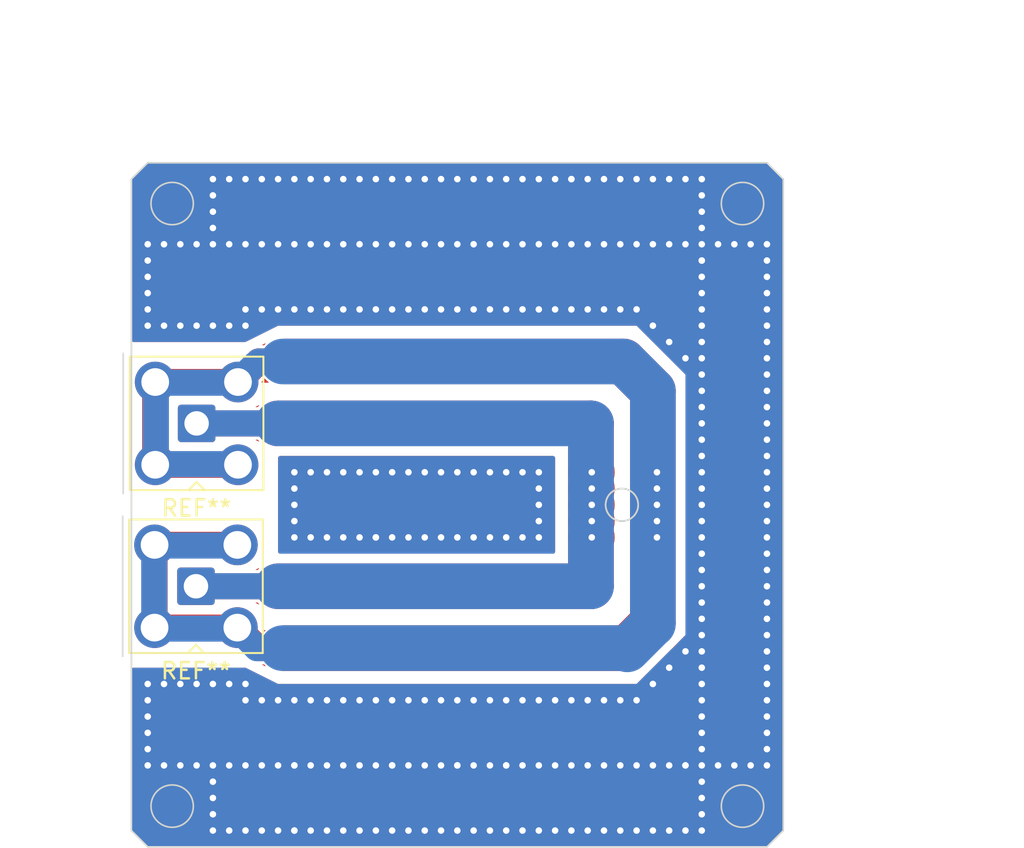
<source format=kicad_pcb>
(kicad_pcb (version 20221018) (generator pcbnew)
  (layers (0 "F.Cu" signal) (31 "B.Cu" signal) (34 "B.Paste" user) (35 "F.Paste" user) (36 "B.SilkS" user "B.Silkscreen") (37 "F.SilkS" user "F.Silkscreen") (38 "B.Mask" user) (39 "F.Mask" user) (44 "Edge.Cuts" user))
  (net 0 "")
  (net 1 "GNDC")
  (footprint "Connector_Coaxial:SMA_Amphenol_901-143_Horizontal" (layer "F.Cu") (at 134 85 90)
    (fp_text reference "REF**" (at -5.2 0) (layer "F.SilkS"))
    (fp_text value "SMA_Amphenol_901-143_Horizontal" hide)
    (fp_line (start -4.1 -4.1) (end -4.1 4.1) (stroke (width 0.12)) (layer "F.SilkS"))
    (fp_line (start -4.1 -4.1) (end 4.1 -4.1) (stroke (width 0.12)) (layer "F.SilkS"))
    (fp_line (start -4.1 0.5) (end -3.6 0) (stroke (width 0.12)) (layer "F.SilkS"))
    (fp_line (start -4.1 4.1) (end 4.1 4.1) (stroke (width 0.12)) (layer "F.SilkS"))
    (fp_line (start -3.6 0) (end -4.1 -0.5) (stroke (width 0.12)) (layer "F.SilkS"))
    (fp_line (start 4.1 -4.1) (end 4.1 4.1) (stroke (width 0.12)) (layer "F.SilkS"))
    (fp_line (start 4.3 -4.5) (end -4.3 -4.5) (stroke (width 0.1)) (layer "Edge.Cuts"))
    (pad "1" thru_hole roundrect (at 0 0 90) (size 2.3 2.3) (drill 1.5) (layers "*.Cu" "*.Mask") (roundrect_rratio 0.087))
    (pad "2" thru_hole circle (at -2.54 -2.54 90) (size 2.5 2.5) (drill 1.7) (layers "*.Cu" "*.Mask"))
    (pad "2" thru_hole circle (at -2.54 2.54 90) (size 2.5 2.5) (drill 1.7) (layers "*.Cu" "*.Mask"))
    (pad "2" thru_hole circle (at 2.54 -2.54 90) (size 2.5 2.5) (drill 1.7) (layers "*.Cu" "*.Mask"))
    (pad "2" thru_hole circle (at 2.54 2.54 90) (size 2.5 2.5) (drill 1.7) (layers "*.Cu" "*.Mask"))
  )
  (footprint "Connector_Coaxial:SMA_Amphenol_901-143_Horizontal" (layer "F.Cu") (at 133.96 95 90)
    (fp_text reference "REF**" (at -5.2 0) (layer "F.SilkS"))
    (fp_text value "SMA_Amphenol_901-143_Horizontal" hide)
    (fp_line (start -4.1 -4.1) (end -4.1 4.1) (stroke (width 0.12)) (layer "F.SilkS"))
    (fp_line (start -4.1 -4.1) (end 4.1 -4.1) (stroke (width 0.12)) (layer "F.SilkS"))
    (fp_line (start -4.1 0.5) (end -3.6 0) (stroke (width 0.12)) (layer "F.SilkS"))
    (fp_line (start -4.1 4.1) (end 4.1 4.1) (stroke (width 0.12)) (layer "F.SilkS"))
    (fp_line (start -3.6 0) (end -4.1 -0.5) (stroke (width 0.12)) (layer "F.SilkS"))
    (fp_line (start 4.1 -4.1) (end 4.1 4.1) (stroke (width 0.12)) (layer "F.SilkS"))
    (fp_line (start 4.3 -4.5) (end -4.3 -4.5) (stroke (width 0.1)) (layer "Edge.Cuts"))
    (pad "1" thru_hole roundrect (at 0 0 90) (size 2.3 2.3) (drill 1.5) (layers "*.Cu" "*.Mask") (roundrect_rratio 0.087))
    (pad "2" thru_hole circle (at -2.54 -2.54 90) (size 2.5 2.5) (drill 1.7) (layers "*.Cu" "*.Mask"))
    (pad "2" thru_hole circle (at -2.54 2.54 90) (size 2.5 2.5) (drill 1.7) (layers "*.Cu" "*.Mask"))
    (pad "2" thru_hole circle (at 2.54 -2.54 90) (size 2.5 2.5) (drill 1.7) (layers "*.Cu" "*.Mask"))
    (pad "2" thru_hole circle (at 2.54 2.54 90) (size 2.5 2.5) (drill 1.7) (layers "*.Cu" "*.Mask"))
  )
  (gr_circle (center 160.1 90) (end 161.1 90) (stroke (width 0.1)) (fill none) (layer "Edge.Cuts"))
  (gr_circle (center 167.5 108.5) (end 168.8 108.5) (stroke (width 0.1)) (fill none) (layer "Edge.Cuts"))
  (gr_line (start 131 69) (end 130 70) (stroke (width 0.1)) (layer "Edge.Cuts"))
  (gr_circle (center 160.1 90) (end 161.1 90) (stroke (width 0.1)) (fill none) (layer "Edge.Cuts"))
  (gr_circle (center 132.5 71.5) (end 133.8 71.5) (stroke (width 0.1)) (fill none) (layer "Edge.Cuts"))
  (gr_line (start 169 111) (end 170 110) (stroke (width 0.1)) (layer "Edge.Cuts"))
  (gr_circle (center 167.5 71.5) (end 168.8 71.5) (stroke (width 0.1)) (fill none) (layer "Edge.Cuts"))
  (gr_line (start 170 110) (end 170 70) (stroke (width 0.1)) (layer "Edge.Cuts"))
  (gr_line (start 170 70) (end 169 69) (stroke (width 0.1)) (layer "Edge.Cuts"))
  (gr_line (start 130 70) (end 130 110) (stroke (width 0.1)) (layer "Edge.Cuts"))
  (gr_line (start 131 111) (end 130 110) (stroke (width 0.1)) (layer "Edge.Cuts"))
  (gr_line (start 169 69) (end 131 69) (stroke (width 0.1)) (layer "Edge.Cuts"))
  (gr_circle (center 132.5 108.5) (end 133.8 108.5) (stroke (width 0.1)) (fill none) (layer "Edge.Cuts"))
  (gr_line (start 169 111) (end 131 111) (stroke (width 0.1)) (layer "Edge.Cuts"))
  (segment (start 158.25 92) (end 158.2 91.95) (width 2.8) (layer "F.Cu") (net 0))
  (segment (start 137.8 81.2) (end 139.4 81.2) (width 1.6) (layer "F.Cu") (net 0))
  (segment (start 158.25 90) (end 158.2 89.95) (width 2.8) (layer "F.Cu") (net 0))
  (segment (start 131.42 97.54) (end 131.42 92.46) (width 1.6) (layer "F.Cu") (net 0))
  (segment (start 131.42 92.46) (end 136.5 92.46) (width 1.6) (layer "F.Cu") (net 0))
  (segment (start 158.25 88) (end 158.2 87.95) (width 2.8) (layer "F.Cu") (net 0))
  (segment (start 136.5 97.54) (end 137.76 98.8) (width 1.6) (layer "F.Cu") (net 0))
  (segment (start 136.54 87.54) (end 131.46 87.54) (width 1.6) (layer "F.Cu") (net 0))
  (segment (start 131.46 87.54) (end 131.46 82.46) (width 1.6) (layer "F.Cu") (net 0))
  (segment (start 158.2 95) (end 158.2 92.05) (width 2.8) (layer "F.Cu") (net 0))
  (segment (start 158.2 88.05) (end 158.25 88) (width 2.8) (layer "F.Cu") (net 0))
  (segment (start 136.5 97.54) (end 131.42 97.54) (width 1.6) (layer "F.Cu") (net 0))
  (segment (start 158.2 91.95) (end 158.2 91.05) (width 2.8) (layer "F.Cu") (net 0))
  (segment (start 160.45 98.8) (end 139.4 98.8) (width 2.8) (layer "F.Cu") (net 0))
  (segment (start 158.25 89) (end 158.2 88.95) (width 2.8) (layer "F.Cu") (net 0))
  (segment (start 158.2 89.05) (end 158.25 89) (width 2.8) (layer "F.Cu") (net 0))
  (segment (start 158.2 88.95) (end 158.2 88.05) (width 2.8) (layer "F.Cu") (net 0))
  (segment (start 131.46 82.46) (end 136.54 82.46) (width 1.6) (layer "F.Cu") (net 0))
  (segment (start 158.2 95) (end 139 95) (width 2.8) (layer "F.Cu") (net 0))
  (segment (start 133.96 95) (end 139 95) (width 1.6) (layer "F.Cu") (net 0))
  (segment (start 158.2 87.95) (end 158.2 85) (width 2.8) (layer "F.Cu") (net 0))
  (segment (start 162 97.25) (end 160.45 98.8) (width 2.8) (layer "F.Cu") (net 0))
  (segment (start 162 83) (end 162 97.25) (width 2.8) (layer "F.Cu") (net 0))
  (segment (start 136.54 82.46) (end 137.8 81.2) (width 1.6) (layer "F.Cu") (net 0))
  (segment (start 158.2 90.05) (end 158.25 90) (width 2.8) (layer "F.Cu") (net 0))
  (segment (start 139.4 81.2) (end 160.2 81.2) (width 2.8) (layer "F.Cu") (net 0))
  (segment (start 160.2 81.2) (end 162 83) (width 2.8) (layer "F.Cu") (net 0))
  (segment (start 158.2 91.05) (end 158.25 91) (width 2.8) (layer "F.Cu") (net 0))
  (segment (start 158.25 91) (end 158.2 90.95) (width 2.8) (layer "F.Cu") (net 0))
  (segment (start 158.2 85) (end 139 85) (width 2.8) (layer "F.Cu") (net 0))
  (segment (start 137.76 98.8) (end 139.4 98.8) (width 1.6) (layer "F.Cu") (net 0))
  (segment (start 158.2 92.05) (end 158.25 92) (width 2.8) (layer "F.Cu") (net 0))
  (segment (start 158.2 89.95) (end 158.2 89.05) (width 2.8) (layer "F.Cu") (net 0))
  (segment (start 158.2 90.95) (end 158.2 90.05) (width 2.8) (layer "F.Cu") (net 0))
  (segment (start 134 85) (end 139 85) (width 1.6) (layer "F.Cu") (net 0))
  (via (at 158.25 89) (size 0.8) (drill 0.4) (layers "F.Cu" "B.Cu") (net 0))
  (via (at 162.25 91) (size 0.8) (drill 0.4) (layers "F.Cu" "B.Cu") (net 0))
  (via (at 162.25 90) (size 0.8) (drill 0.4) (layers "F.Cu" "B.Cu") (net 0))
  (via (at 158.25 88) (size 0.8) (drill 0.4) (layers "F.Cu" "B.Cu") (net 0))
  (via (at 162.25 89) (size 0.8) (drill 0.4) (layers "F.Cu" "B.Cu") (net 0))
  (via (at 158.25 91) (size 0.8) (drill 0.4) (layers "F.Cu" "B.Cu") (net 0))
  (via (at 162.25 88) (size 0.8) (drill 0.4) (layers "F.Cu" "B.Cu") (net 0))
  (via (at 158.25 90) (size 0.8) (drill 0.4) (layers "F.Cu" "B.Cu") (net 0))
  (via (at 158.25 92) (size 0.8) (drill 0.4) (layers "F.Cu" "B.Cu") (net 0))
  (via (at 162.25 92) (size 0.8) (drill 0.4) (layers "F.Cu" "B.Cu") (net 0))
  (segment (start 131.36 97.6) (end 136.44 97.6) (width 1.6) (layer "B.Cu") (net 0))
  (segment (start 158.2 95) (end 158.2 85) (width 2.8) (layer "B.Cu") (net 0))
  (segment (start 137.601 81.37) (end 136.341 82.63) (width 1.6) (layer "B.Cu") (net 0))
  (segment (start 160.425 98.875) (end 161.975 97.325) (width 2.8) (layer "B.Cu") (net 0))
  (segment (start 139 95) (end 158.2 95) (width 2.8) (layer "B.Cu") (net 0))
  (segment (start 131.46 87.5) (end 136.54 87.5) (width 1.6) (layer "B.Cu") (net 0))
  (segment (start 131.5 87.54) (end 131.5 82.46) (width 1.6) (layer "B.Cu") (net 0))
  (segment (start 139 85) (end 158.2 85) (width 2.8) (layer "B.Cu") (net 0))
  (segment (start 137.8 81.2) (end 139.4 81.2) (width 1.6) (layer "B.Cu") (net 0))
  (segment (start 160.2 81.2) (end 162 83) (width 2.8) (layer "B.Cu") (net 0))
  (segment (start 136.44 97.54) (end 137.7 98.8) (width 1.6) (layer "B.Cu") (net 0))
  (segment (start 136.64 82.5) (end 131.56 82.5) (width 1.6) (layer "B.Cu") (net 0))
  (segment (start 136.54 92.5) (end 131.46 92.5) (width 1.6) (layer "B.Cu") (net 0))
  (segment (start 139.275 98.8) (end 160.325 98.8) (width 2.8) (layer "B.Cu") (net 0))
  (segment (start 160.1 81.2) (end 139.3 81.2) (width 2.8) (layer "B.Cu") (net 0))
  (segment (start 137.7 98.8) (end 139.34 98.8) (width 1.6) (layer "B.Cu") (net 0))
  (segment (start 162 83.075) (end 162 97.325) (width 2.8) (layer "B.Cu") (net 0))
  (segment (start 139 85) (end 134 85) (width 1.6) (layer "B.Cu") (net 0))
  (segment (start 139.02 95) (end 133.98 95) (width 1.6) (layer "B.Cu") (net 0))
  (segment (start 131.4 97.44) (end 131.4 92.36) (width 1.6) (layer "B.Cu") (net 0))
  (via (at 144 88) (size 0.8) (drill 0.4) (layers "F.Cu" "B.Cu") (net 1))
  (via (at 159 110) (size 0.8) (drill 0.4) (layers "F.Cu" "B.Cu") (net 1))
  (via (at 143 106) (size 0.8) (drill 0.4) (layers "F.Cu" "B.Cu") (net 1))
  (via (at 164 70) (size 0.8) (drill 0.4) (layers "F.Cu" "B.Cu") (net 1))
  (via (at 169 88) (size 0.8) (drill 0.4) (layers "F.Cu" "B.Cu") (net 1))
  (via (at 151 102) (size 0.8) (drill 0.4) (layers "F.Cu" "B.Cu") (net 1))
  (via (at 161 78) (size 0.8) (drill 0.4) (layers "F.Cu" "B.Cu") (net 1))
  (via (at 169 93) (size 0.8) (drill 0.4) (layers "F.Cu" "B.Cu") (net 1))
  (via (at 157 70) (size 0.8) (drill 0.4) (layers "F.Cu" "B.Cu") (net 1))
  (via (at 156 106) (size 0.8) (drill 0.4) (layers "F.Cu" "B.Cu") (net 1))
  (via (at 159 78) (size 0.8) (drill 0.4) (layers "F.Cu" "B.Cu") (net 1))
  (via (at 165 95) (size 0.8) (drill 0.4) (layers "F.Cu" "B.Cu") (net 1))
  (via (at 165 84) (size 0.8) (drill 0.4) (layers "F.Cu" "B.Cu") (net 1))
  (via (at 148 74) (size 0.8) (drill 0.4) (layers "F.Cu" "B.Cu") (net 1))
  (via (at 152 88) (size 0.8) (drill 0.4) (layers "F.Cu" "B.Cu") (net 1))
  (via (at 169 98) (size 0.8) (drill 0.4) (layers "F.Cu" "B.Cu") (net 1))
  (via (at 143 92) (size 0.8) (drill 0.4) (layers "F.Cu" "B.Cu") (net 1))
  (via (at 149 78) (size 0.8) (drill 0.4) (layers "F.Cu" "B.Cu") (net 1))
  (via (at 167 106) (size 0.8) (drill 0.4) (layers "F.Cu" "B.Cu") (net 1))
  (via (at 145 92) (size 0.8) (drill 0.4) (layers "F.Cu" "B.Cu") (net 1))
  (via (at 131 104) (size 0.8) (drill 0.4) (layers "F.Cu" "B.Cu") (net 1))
  (via (at 169 91) (size 0.8) (drill 0.4) (layers "F.Cu" "B.Cu") (net 1))
  (via (at 165 107) (size 0.8) (drill 0.4) (layers "F.Cu" "B.Cu") (net 1))
  (via (at 145 74) (size 0.8) (drill 0.4) (layers "F.Cu" "B.Cu") (net 1))
  (via (at 133 106) (size 0.8) (drill 0.4) (layers "F.Cu" "B.Cu") (net 1))
  (via (at 150 102) (size 0.8) (drill 0.4) (layers "F.Cu" "B.Cu") (net 1))
  (via (at 159 106) (size 0.8) (drill 0.4) (layers "F.Cu" "B.Cu") (net 1))
  (via (at 165 106) (size 0.8) (drill 0.4) (layers "F.Cu" "B.Cu") (net 1))
  (via (at 152 92) (size 0.8) (drill 0.4) (layers "F.Cu" "B.Cu") (net 1))
  (via (at 168 106) (size 0.8) (drill 0.4) (layers "F.Cu" "B.Cu") (net 1))
  (via (at 133 74) (size 0.8) (drill 0.4) (layers "F.Cu" "B.Cu") (net 1))
  (via (at 169 95) (size 0.8) (drill 0.4) (layers "F.Cu" "B.Cu") (net 1))
  (via (at 156 74) (size 0.8) (drill 0.4) (layers "F.Cu" "B.Cu") (net 1))
  (via (at 132 74) (size 0.8) (drill 0.4) (layers "F.Cu" "B.Cu") (net 1))
  (via (at 159 74) (size 0.8) (drill 0.4) (layers "F.Cu" "B.Cu") (net 1))
  (via (at 146 106) (size 0.8) (drill 0.4) (layers "F.Cu" "B.Cu") (net 1))
  (via (at 169 82) (size 0.8) (drill 0.4) (layers "F.Cu" "B.Cu") (net 1))
  (via (at 132 79) (size 0.8) (drill 0.4) (layers "F.Cu" "B.Cu") (net 1))
  (via (at 165 94) (size 0.8) (drill 0.4) (layers "F.Cu" "B.Cu") (net 1))
  (via (at 142 106) (size 0.8) (drill 0.4) (layers "F.Cu" "B.Cu") (net 1))
  (via (at 131 78) (size 0.8) (drill 0.4) (layers "F.Cu" "B.Cu") (net 1))
  (via (at 165 103) (size 0.8) (drill 0.4) (layers "F.Cu" "B.Cu") (net 1))
  (via (at 140 106) (size 0.8) (drill 0.4) (layers "F.Cu" "B.Cu") (net 1))
  (via (at 155 78) (size 0.8) (drill 0.4) (layers "F.Cu" "B.Cu") (net 1))
  (via (at 165 82) (size 0.8) (drill 0.4) (layers "F.Cu" "B.Cu") (net 1))
  (via (at 149 110) (size 0.8) (drill 0.4) (layers "F.Cu" "B.Cu") (net 1))
  (via (at 140 90) (size 0.8) (drill 0.4) (layers "F.Cu" "B.Cu") (net 1))
  (via (at 165 81) (size 0.8) (drill 0.4) (layers "F.Cu" "B.Cu") (net 1))
  (via (at 154 102) (size 0.8) (drill 0.4) (layers "F.Cu" "B.Cu") (net 1))
  (via (at 141 78) (size 0.8) (drill 0.4) (layers "F.Cu" "B.Cu") (net 1))
  (via (at 169 81) (size 0.8) (drill 0.4) (layers "F.Cu" "B.Cu") (net 1))
  (via (at 155 102) (size 0.8) (drill 0.4) (layers "F.Cu" "B.Cu") (net 1))
  (via (at 145 92) (size 0.8) (drill 0.4) (layers "F.Cu" "B.Cu") (net 1))
  (via (at 165 89) (size 0.8) (drill 0.4) (layers "F.Cu" "B.Cu") (net 1))
  (via (at 140 88) (size 0.8) (drill 0.4) (layers "F.Cu" "B.Cu") (net 1))
  (via (at 158 110) (size 0.8) (drill 0.4) (layers "F.Cu" "B.Cu") (net 1))
  (via (at 147 88) (size 0.8) (drill 0.4) (layers "F.Cu" "B.Cu") (net 1))
  (via (at 161 74) (size 0.8) (drill 0.4) (layers "F.Cu" "B.Cu") (net 1))
  (via (at 169 97) (size 0.8) (drill 0.4) (layers "F.Cu" "B.Cu") (net 1))
  (via (at 137 106) (size 0.8) (drill 0.4) (layers "F.Cu" "B.Cu") (net 1))
  (via (at 152 78) (size 0.8) (drill 0.4) (layers "F.Cu" "B.Cu") (net 1))
  (via (at 161 106) (size 0.8) (drill 0.4) (layers "F.Cu" "B.Cu") (net 1))
  (via (at 136 101) (size 0.8) (drill 0.4) (layers "F.Cu" "B.Cu") (net 1))
  (via (at 160 70) (size 0.8) (drill 0.4) (layers "F.Cu" "B.Cu") (net 1))
  (via (at 148 102) (size 0.8) (drill 0.4) (layers "F.Cu" "B.Cu") (net 1))
  (via (at 143 110) (size 0.8) (drill 0.4) (layers "F.Cu" "B.Cu") (net 1))
  (via (at 165 79) (size 0.8) (drill 0.4) (layers "F.Cu" "B.Cu") (net 1))
  (via (at 169 77) (size 0.8) (drill 0.4) (layers "F.Cu" "B.Cu") (net 1))
  (via (at 146 102) (size 0.8) (drill 0.4) (layers "F.Cu" "B.Cu") (net 1))
  (via (at 146 88) (size 0.8) (drill 0.4) (layers "F.Cu" "B.Cu") (net 1))
  (via (at 139 106) (size 0.8) (drill 0.4) (layers "F.Cu" "B.Cu") (net 1))
  (via (at 169 83) (size 0.8) (drill 0.4) (layers "F.Cu" "B.Cu") (net 1))
  (via (at 148 110) (size 0.8) (drill 0.4) (layers "F.Cu" "B.Cu") (net 1))
  (via (at 156 102) (size 0.8) (drill 0.4) (layers "F.Cu" "B.Cu") (net 1))
  (via (at 162 101) (size 0.8) (drill 0.4) (layers "F.Cu" "B.Cu") (net 1))
  (via (at 159 70) (size 0.8) (drill 0.4) (layers "F.Cu" "B.Cu") (net 1))
  (via (at 163 74) (size 0.8) (drill 0.4) (layers "F.Cu" "B.Cu") (net 1))
  (via (at 144 102) (size 0.8) (drill 0.4) (layers "F.Cu" "B.Cu") (net 1))
  (via (at 140 78) (size 0.8) (drill 0.4) (layers "F.Cu" "B.Cu") (net 1))
  (via (at 145 78) (size 0.8) (drill 0.4) (layers "F.Cu" "B.Cu") (net 1))
  (via (at 157 106) (size 0.8) (drill 0.4) (layers "F.Cu" "B.Cu") (net 1))
  (via (at 141 102) (size 0.8) (drill 0.4) (layers "F.Cu" "B.Cu") (net 1))
  (via (at 143 88) (size 0.8) (drill 0.4) (layers "F.Cu" "B.Cu") (net 1))
  (via (at 148 92) (size 0.8) (drill 0.4) (layers "F.Cu" "B.Cu") (net 1))
  (via (at 165 98) (size 0.8) (drill 0.4) (layers "F.Cu" "B.Cu") (net 1))
  (via (at 167 74) (size 0.8) (drill 0.4) (layers "F.Cu" "B.Cu") (net 1))
  (via (at 147 78) (size 0.8) (drill 0.4) (layers "F.Cu" "B.Cu") (net 1))
  (via (at 169 92) (size 0.8) (drill 0.4) (layers "F.Cu" "B.Cu") (net 1))
  (via (at 169 90) (size 0.8) (drill 0.4) (layers "F.Cu" "B.Cu") (net 1))
  (via (at 150 106) (size 0.8) (drill 0.4) (layers "F.Cu" "B.Cu") (net 1))
  (via (at 158 78) (size 0.8) (drill 0.4) (layers "F.Cu" "B.Cu") (net 1))
  (via (at 145 88) (size 0.8) (drill 0.4) (layers "F.Cu" "B.Cu") (net 1))
  (via (at 144 74) (size 0.8) (drill 0.4) (layers "F.Cu" "B.Cu") (net 1))
  (via (at 157 70) (size 0.8) (drill 0.4) (layers "F.Cu" "B.Cu") (net 1))
  (via (at 146 92) (size 0.8) (drill 0.4) (layers "F.Cu" "B.Cu") (net 1))
  (via (at 135 79) (size 0.8) (drill 0.4) (layers "F.Cu" "B.Cu") (net 1))
  (via (at 148 88) (size 0.8) (drill 0.4) (layers "F.Cu" "B.Cu") (net 1))
  (via (at 144 110) (size 0.8) (drill 0.4) (layers "F.Cu" "B.Cu") (net 1))
  (via (at 152 102) (size 0.8) (drill 0.4) (layers "F.Cu" "B.Cu") (net 1))
  (via (at 165 71) (size 0.8) (drill 0.4) (layers "F.Cu" "B.Cu") (net 1))
  (via (at 165 75) (size 0.8) (drill 0.4) (layers "F.Cu" "B.Cu") (net 1))
  (via (at 158 70) (size 0.8) (drill 0.4) (layers "F.Cu" "B.Cu") (net 1))
  (via (at 138 102) (size 0.8) (drill 0.4) (layers "F.Cu" "B.Cu") (net 1))
  (via (at 151 70) (size 0.8) (drill 0.4) (layers "F.Cu" "B.Cu") (net 1))
  (via (at 135 70) (size 0.8) (drill 0.4) (layers "F.Cu" "B.Cu") (net 1))
  (via (at 139 70) (size 0.8) (drill 0.4) (layers "F.Cu" "B.Cu") (net 1))
  (via (at 158 106) (size 0.8) (drill 0.4) (layers "F.Cu" "B.Cu") (net 1))
  (via (at 165 102) (size 0.8) (drill 0.4) (layers "F.Cu" "B.Cu") (net 1))
  (via (at 135 106) (size 0.8) (drill 0.4) (layers "F.Cu" "B.Cu") (net 1))
  (via (at 169 79) (size 0.8) (drill 0.4) (layers "F.Cu" "B.Cu") (net 1))
  (via (at 154 74) (size 0.8) (drill 0.4) (layers "F.Cu" "B.Cu") (net 1))
  (via (at 149 102) (size 0.8) (drill 0.4) (layers "F.Cu" "B.Cu") (net 1))
  (via (at 156 70) (size 0.8) (drill 0.4) (layers "F.Cu" "B.Cu") (net 1))
  (via (at 165 76) (size 0.8) (drill 0.4) (layers "F.Cu" "B.Cu") (net 1))
  (via (at 160 74) (size 0.8) (drill 0.4) (layers "F.Cu" "B.Cu") (net 1))
  (via (at 156 78) (size 0.8) (drill 0.4) (layers "F.Cu" "B.Cu") (net 1))
  (via (at 149 74) (size 0.8) (drill 0.4) (layers "F.Cu" "B.Cu") (net 1))
  (via (at 135 74) (size 0.8) (drill 0.4) (layers "F.Cu" "B.Cu") (net 1))
  (via (at 150 70) (size 0.8) (drill 0.4) (layers "F.Cu" "B.Cu") (net 1))
  (via (at 169 76) (size 0.8) (drill 0.4) (layers "F.Cu" "B.Cu") (net 1))
  (via (at 134 106) (size 0.8) (drill 0.4) (layers "F.Cu" "B.Cu") (net 1))
  (via (at 166 106) (size 0.8) (drill 0.4) (layers "F.Cu" "B.Cu") (net 1))
  (via (at 131 77) (size 0.8) (drill 0.4) (layers "F.Cu" "B.Cu") (net 1))
  (via (at 152 110) (size 0.8) (drill 0.4) (layers "F.Cu" "B.Cu") (net 1))
  (via (at 162 79) (size 0.8) (drill 0.4) (layers "F.Cu" "B.Cu") (net 1))
  (via (at 160 110) (size 0.8) (drill 0.4) (layers "F.Cu" "B.Cu") (net 1))
  (via (at 165 104) (size 0.8) (drill 0.4) (layers "F.Cu" "B.Cu") (net 1))
  (via (at 163 100) (size 0.8) (drill 0.4) (layers "F.Cu" "B.Cu") (net 1))
  (via (at 140 102) (size 0.8) (drill 0.4) (layers "F.Cu" "B.Cu") (net 1))
  (via (at 153 78) (size 0.8) (drill 0.4) (layers "F.Cu" "B.Cu") (net 1))
  (via (at 160 78) (size 0.8) (drill 0.4) (layers "F.Cu" "B.Cu") (net 1))
  (via (at 141 92) (size 0.8) (drill 0.4) (layers "F.Cu" "B.Cu") (net 1))
  (via (at 135 110) (size 0.8) (drill 0.4) (layers "F.Cu" "B.Cu") (net 1))
  (via (at 165 77) (size 0.8) (drill 0.4) (layers "F.Cu" "B.Cu") (net 1))
  (via (at 165 83) (size 0.8) (drill 0.4) (layers "F.Cu" "B.Cu") (net 1))
  (via (at 136 79) (size 0.8) (drill 0.4) (layers "F.Cu" "B.Cu") (net 1))
  (via (at 165 100) (size 0.8) (drill 0.4) (layers "F.Cu" "B.Cu") (net 1))
  (via (at 165 91) (size 0.8) (drill 0.4) (layers "F.Cu" "B.Cu") (net 1))
  (via (at 131 76) (size 0.8) (drill 0.4) (layers "F.Cu" "B.Cu") (net 1))
  (via (at 151 92) (size 0.8) (drill 0.4) (layers "F.Cu" "B.Cu") (net 1))
  (via (at 135 73) (size 0.8) (drill 0.4) (layers "F.Cu" "B.Cu") (net 1))
  (via (at 153 106) (size 0.8) (drill 0.4) (layers "F.Cu" "B.Cu") (net 1))
  (via (at 165 86) (size 0.8) (drill 0.4) (layers "F.Cu" "B.Cu") (net 1))
  (via (at 154 70) (size 0.8) (drill 0.4) (layers "F.Cu" "B.Cu") (net 1))
  (via (at 162 70) (size 0.8) (drill 0.4) (layers "F.Cu" "B.Cu") (net 1))
  (via (at 131 101) (size 0.8) (drill 0.4) (layers "F.Cu" "B.Cu") (net 1))
  (via (at 137 79) (size 0.8) (drill 0.4) (layers "F.Cu" "B.Cu") (net 1))
  (via (at 156 110) (size 0.8) (drill 0.4) (layers "F.Cu" "B.Cu") (net 1))
  (via (at 169 99) (size 0.8) (drill 0.4) (layers "F.Cu" "B.Cu") (net 1))
  (via (at 164 106) (size 0.8) (drill 0.4) (layers "F.Cu" "B.Cu") (net 1))
  (via (at 137 101) (size 0.8) (drill 0.4) (layers "F.Cu" "B.Cu") (net 1))
  (via (at 134 74) (size 0.8) (drill 0.4) (layers "F.Cu" "B.Cu") (net 1))
  (via (at 138 78) (size 0.8) (drill 0.4) (layers "F.Cu" "B.Cu") (net 1))
  (via (at 139 102) (size 0.8) (drill 0.4) (layers "F.Cu" "B.Cu") (net 1))
  (via (at 152 70) (size 0.8) (drill 0.4) (layers "F.Cu" "B.Cu") (net 1))
  (via (at 142 110) (size 0.8) (drill 0.4) (layers "F.Cu" "B.Cu") (net 1))
  (via (at 149 106) (size 0.8) (drill 0.4) (layers "F.Cu" "B.Cu") (net 1))
  (via (at 140 110) (size 0.8) (drill 0.4) (layers "F.Cu" "B.Cu") (net 1))
  (via (at 149 88) (size 0.8) (drill 0.4) (layers "F.Cu" "B.Cu") (net 1))
  (via (at 155 74) (size 0.8) (drill 0.4) (layers "F.Cu" "B.Cu") (net 1))
  (via (at 142 102) (size 0.8) (drill 0.4) (layers "F.Cu" "B.Cu") (net 1))
  (via (at 169 101) (size 0.8) (drill 0.4) (layers "F.Cu" "B.Cu") (net 1))
  (via (at 164 106) (size 0.8) (drill 0.4) (layers "F.Cu" "B.Cu") (net 1))
  (via (at 153 88) (size 0.8) (drill 0.4) (layers "F.Cu" "B.Cu") (net 1))
  (via (at 147 110) (size 0.8) (drill 0.4) (layers "F.Cu" "B.Cu") (net 1))
  (via (at 155 70) (size 0.8) (drill 0.4) (layers "F.Cu" "B.Cu") (net 1))
  (via (at 144 78) (size 0.8) (drill 0.4) (layers "F.Cu" "B.Cu") (net 1))
  (via (at 142 74) (size 0.8) (drill 0.4) (layers "F.Cu" "B.Cu") (net 1))
  (via (at 162 74) (size 0.8) (drill 0.4) (layers "F.Cu" "B.Cu") (net 1))
  (via (at 155 92) (size 0.8) (drill 0.4) (layers "F.Cu" "B.Cu") (net 1))
  (via (at 137 102) (size 0.8) (drill 0.4) (layers "F.Cu" "B.Cu") (net 1))
  (via (at 161 110) (size 0.8) (drill 0.4) (layers "F.Cu" "B.Cu") (net 1))
  (via (at 143 78) (size 0.8) (drill 0.4) (layers "F.Cu" "B.Cu") (net 1))
  (via (at 169 94) (size 0.8) (drill 0.4) (layers "F.Cu" "B.Cu") (net 1))
  (via (at 131 74) (size 0.8) (drill 0.4) (layers "F.Cu" "B.Cu") (net 1))
  (via (at 159 102) (size 0.8) (drill 0.4) (layers "F.Cu" "B.Cu") (net 1))
  (via (at 165 70) (size 0.8) (drill 0.4) (layers "F.Cu" "B.Cu") (net 1))
  (via (at 157 78) (size 0.8) (drill 0.4) (layers "F.Cu" "B.Cu") (net 1))
  (via (at 149 70) (size 0.8) (drill 0.4) (layers "F.Cu" "B.Cu") (net 1))
  (via (at 142 88) (size 0.8) (drill 0.4) (layers "F.Cu" "B.Cu") (net 1))
  (via (at 143 70) (size 0.8) (drill 0.4) (layers "F.Cu" "B.Cu") (net 1))
  (via (at 148 106) (size 0.8) (drill 0.4) (layers "F.Cu" "B.Cu") (net 1))
  (via (at 140 89) (size 0.8) (drill 0.4) (layers "F.Cu" "B.Cu") (net 1))
  (via (at 141 74) (size 0.8) (drill 0.4) (layers "F.Cu" "B.Cu") (net 1))
  (via (at 138 70) (size 0.8) (drill 0.4) (layers "F.Cu" "B.Cu") (net 1))
  (via (at 168 74) (size 0.8) (drill 0.4) (layers "F.Cu" "B.Cu") (net 1))
  (via (at 140 110) (size 0.8) (drill 0.4) (layers "F.Cu" "B.Cu") (net 1))
  (via (at 140 106) (size 0.8) (drill 0.4) (layers "F.Cu" "B.Cu") (net 1))
  (via (at 165 105) (size 0.8) (drill 0.4) (layers "F.Cu" "B.Cu") (net 1))
  (via (at 155 88) (size 0.8) (drill 0.4) (layers "F.Cu" "B.Cu") (net 1))
  (via (at 169 102) (size 0.8) (drill 0.4) (layers "F.Cu" "B.Cu") (net 1))
  (via (at 137 78) (size 0.8) (drill 0.4) (layers "F.Cu" "B.Cu") (net 1))
  (via (at 151 106) (size 0.8) (drill 0.4) (layers "F.Cu" "B.Cu") (net 1))
  (via (at 143 74) (size 0.8) (drill 0.4) (layers "F.Cu" "B.Cu") (net 1))
  (via (at 160 106) (size 0.8) (drill 0.4) (layers "F.Cu" "B.Cu") (net 1))
  (via (at 140 74) (size 0.8) (drill 0.4) (layers "F.Cu" "B.Cu") (net 1))
  (via (at 132 101) (size 0.8) (drill 0.4) (layers "F.Cu" "B.Cu") (net 1))
  (via (at 137 70) (size 0.8) (drill 0.4) (layers "F.Cu" "B.Cu") (net 1))
  (via (at 145 70) (size 0.8) (drill 0.4) (layers "F.Cu" "B.Cu") (net 1))
  (via (at 135 101) (size 0.8) (drill 0.4) (layers "F.Cu" "B.Cu") (net 1))
  (via (at 141 110) (size 0.8) (drill 0.4) (layers "F.Cu" "B.Cu") (net 1))
  (via (at 165 97) (size 0.8) (drill 0.4) (layers "F.Cu" "B.Cu") (net 1))
  (via (at 157 110) (size 0.8) (drill 0.4) (layers "F.Cu" "B.Cu") (net 1))
  (via (at 148 70) (size 0.8) (drill 0.4) (layers "F.Cu" "B.Cu") (net 1))
  (via (at 163 70) (size 0.8) (drill 0.4) (layers "F.Cu" "B.Cu") (net 1))
  (via (at 131 75) (size 0.8) (drill 0.4) (layers "F.Cu" "B.Cu") (net 1))
  (via (at 136 110) (size 0.8) (drill 0.4) (layers "F.Cu" "B.Cu") (net 1))
  (via (at 165 72) (size 0.8) (drill 0.4) (layers "F.Cu" "B.Cu") (net 1))
  (via (at 151 110) (size 0.8) (drill 0.4) (layers "F.Cu" "B.Cu") (net 1))
  (via (at 157 74) (size 0.8) (drill 0.4) (layers "F.Cu" "B.Cu") (net 1))
  (via (at 169 104) (size 0.8) (drill 0.4) (layers "F.Cu" "B.Cu") (net 1))
  (via (at 169 89) (size 0.8) (drill 0.4) (layers "F.Cu" "B.Cu") (net 1))
  (via (at 161 102) (size 0.8) (drill 0.4) (layers "F.Cu" "B.Cu") (net 1))
  (via (at 148 78) (size 0.8) (drill 0.4) (layers "F.Cu" "B.Cu") (net 1))
  (via (at 153 92) (size 0.8) (drill 0.4) (layers "F.Cu" "B.Cu") (net 1))
  (via (at 150 110) (size 0.8) (drill 0.4) (layers "F.Cu" "B.Cu") (net 1))
  (via (at 165 88) (size 0.8) (drill 0.4) (layers "F.Cu" "B.Cu") (net 1))
  (via (at 158 74) (size 0.8) (drill 0.4) (layers "F.Cu" "B.Cu") (net 1))
  (via (at 131 79) (size 0.8) (drill 0.4) (layers "F.Cu" "B.Cu") (net 1))
  (via (at 169 85) (size 0.8) (drill 0.4) (layers "F.Cu" "B.Cu") (net 1))
  (via (at 138 110) (size 0.8) (drill 0.4) (layers "F.Cu" "B.Cu") (net 1))
  (via (at 151 78) (size 0.8) (drill 0.4) (layers "F.Cu" "B.Cu") (net 1))
  (via (at 165 92) (size 0.8) (drill 0.4) (layers "F.Cu" "B.Cu") (net 1))
  (via (at 131 102) (size 0.8) (drill 0.4) (layers "F.Cu" "B.Cu") (net 1))
  (via (at 154 106) (size 0.8) (drill 0.4) (layers "F.Cu" "B.Cu") (net 1))
  (via (at 136 106) (size 0.8) (drill 0.4) (layers "F.Cu" "B.Cu") (net 1))
  (via (at 163 106) (size 0.8) (drill 0.4) (layers "F.Cu" "B.Cu") (net 1))
  (via (at 141 70) (size 0.8) (drill 0.4) (layers "F.Cu" "B.Cu") (net 1))
  (via (at 137 74) (size 0.8) (drill 0.4) (layers "F.Cu" "B.Cu") (net 1))
  (via (at 147 106) (size 0.8) (drill 0.4) (layers "F.Cu" "B.Cu") (net 1))
  (via (at 149 92) (size 0.8) (drill 0.4) (layers "F.Cu" "B.Cu") (net 1))
  (via (at 169 106) (size 0.8) (drill 0.4) (layers "F.Cu" "B.Cu") (net 1))
  (via (at 144 70) (size 0.8) (drill 0.4) (layers "F.Cu" "B.Cu") (net 1))
  (via (at 132 106) (size 0.8) (drill 0.4) (layers "F.Cu" "B.Cu") (net 1))
  (via (at 169 105) (size 0.8) (drill 0.4) (layers "F.Cu" "B.Cu") (net 1))
  (via (at 150 92) (size 0.8) (drill 0.4) (layers "F.Cu" "B.Cu") (net 1))
  (via (at 158 102) (size 0.8) (drill 0.4) (layers "F.Cu" "B.Cu") (net 1))
  (via (at 164 110) (size 0.8) (drill 0.4) (layers "F.Cu" "B.Cu") (net 1))
  (via (at 165 87) (size 0.8) (drill 0.4) (layers "F.Cu" "B.Cu") (net 1))
  (via (at 144 106) (size 0.8) (drill 0.4) (layers "F.Cu" "B.Cu") (net 1))
  (via (at 147 102) (size 0.8) (drill 0.4) (layers "F.Cu" "B.Cu") (net 1))
  (via (at 155 90) (size 0.8) (drill 0.4) (layers "F.Cu" "B.Cu") (net 1))
  (via (at 138 74) (size 0.8) (drill 0.4) (layers "F.Cu" "B.Cu") (net 1))
  (via (at 139 110) (size 0.8) (drill 0.4) (layers "F.Cu" "B.Cu") (net 1))
  (via (at 135 108) (size 0.8) (drill 0.4) (layers "F.Cu" "B.Cu") (net 1))
  (via (at 160 102) (size 0.8) (drill 0.4) (layers "F.Cu" "B.Cu") (net 1))
  (via (at 169 75) (size 0.8) (drill 0.4) (layers "F.Cu" "B.Cu") (net 1))
  (via (at 169 87) (size 0.8) (drill 0.4) (layers "F.Cu" "B.Cu") (net 1))
  (via (at 161 70) (size 0.8) (drill 0.4) (layers "F.Cu" "B.Cu") (net 1))
  (via (at 135 109) (size 0.8) (drill 0.4) (layers "F.Cu" "B.Cu") (net 1))
  (via (at 155 106) (size 0.8) (drill 0.4) (layers "F.Cu" "B.Cu") (net 1))
  (via (at 150 74) (size 0.8) (drill 0.4) (layers "F.Cu" "B.Cu") (net 1))
  (via (at 142 92) (size 0.8) (drill 0.4) (layers "F.Cu" "B.Cu") (net 1))
  (via (at 147 70) (size 0.8) (drill 0.4) (layers "F.Cu" "B.Cu") (net 1))
  (via (at 150 78) (size 0.8) (drill 0.4) (layers "F.Cu" "B.Cu") (net 1))
  (via (at 147 74) (size 0.8) (drill 0.4) (layers "F.Cu" "B.Cu") (net 1))
  (via (at 165 96) (size 0.8) (drill 0.4) (layers "F.Cu" "B.Cu") (net 1))
  (via (at 155 110) (size 0.8) (drill 0.4) (layers "F.Cu" "B.Cu") (net 1))
  (via (at 164 99) (size 0.8) (drill 0.4) (layers "F.Cu" "B.Cu") (net 1))
  (via (at 165 90) (size 0.8) (drill 0.4) (layers "F.Cu" "B.Cu") (net 1))
  (via (at 146 74) (size 0.8) (drill 0.4) (layers "F.Cu" "B.Cu") (net 1))
  (via (at 135 71) (size 0.8) (drill 0.4) (layers "F.Cu" "B.Cu") (net 1))
  (via (at 165 108) (size 0.8) (drill 0.4) (layers "F.Cu" "B.Cu") (net 1))
  (via (at 133 79) (size 0.8) (drill 0.4) (layers "F.Cu" "B.Cu") (net 1))
  (via (at 153 110) (size 0.8) (drill 0.4) (layers "F.Cu" "B.Cu") (net 1))
  (via (at 142 70) (size 0.8) (drill 0.4) (layers "F.Cu" "B.Cu") (net 1))
  (via (at 145 106) (size 0.8) (drill 0.4) (layers "F.Cu" "B.Cu") (net 1))
  (via (at 151 74) (size 0.8) (drill 0.4) (layers "F.Cu" "B.Cu") (net 1))
  (via (at 165 85) (size 0.8) (drill 0.4) (layers "F.Cu" "B.Cu") (net 1))
  (via (at 146 106) (size 0.8) (drill 0.4) (layers "F.Cu" "B.Cu") (net 1))
  (via (at 154 92) (size 0.8) (drill 0.4) (layers "F.Cu" "B.Cu") (net 1))
  (via (at 140 70) (size 0.8) (drill 0.4) (layers "F.Cu" "B.Cu") (net 1))
  (via (at 145 102) (size 0.8) (drill 0.4) (layers "F.Cu" "B.Cu") (net 1))
  (via (at 145 110) (size 0.8) (drill 0.4) (layers "F.Cu" "B.Cu") (net 1))
  (via (at 150 88) (size 0.8) (drill 0.4) (layers "F.Cu" "B.Cu") (net 1))
  (via (at 141 88) (size 0.8) (drill 0.4) (layers "F.Cu" "B.Cu") (net 1))
  (via (at 165 75) (size 0.8) (drill 0.4) (layers "F.Cu" "B.Cu") (net 1))
  (via (at 165 110) (size 0.8) (drill 0.4) (layers "F.Cu" "B.Cu") (net 1))
  (via (at 140 91) (size 0.8) (drill 0.4) (layers "F.Cu" "B.Cu") (net 1))
  (via (at 169 80) (size 0.8) (drill 0.4) (layers "F.Cu" "B.Cu") (net 1))
  (via (at 134 101) (size 0.8) (drill 0.4) (layers "F.Cu" "B.Cu") (net 1))
  (via (at 163 80) (size 0.8) (drill 0.4) (layers "F.Cu" "B.Cu") (net 1))
  (via (at 165 74) (size 0.8) (drill 0.4) (layers "F.Cu" "B.Cu") (net 1))
  (via (at 169 78) (size 0.8) (drill 0.4) (layers "F.Cu" "B.Cu") (net 1))
  (via (at 165 101) (size 0.8) (drill 0.4) (layers "F.Cu" "B.Cu") (net 1))
  (via (at 165 109) (size 0.8) (drill 0.4) (layers "F.Cu" "B.Cu") (net 1))
  (via (at 152 106) (size 0.8) (drill 0.4) (layers "F.Cu" "B.Cu") (net 1))
  (via (at 141 106) (size 0.8) (drill 0.4) (layers "F.Cu" "B.Cu") (net 1))
  (via (at 139 78) (size 0.8) (drill 0.4) (layers "F.Cu" "B.Cu") (net 1))
  (via (at 134 79) (size 0.8) (drill 0.4) (layers "F.Cu" "B.Cu") (net 1))
  (via (at 155 89) (size 0.8) (drill 0.4) (layers "F.Cu" "B.Cu") (net 1))
  (via (at 169 103) (size 0.8) (drill 0.4) (layers "F.Cu" "B.Cu") (net 1))
  (via (at 151 88) (size 0.8) (drill 0.4) (layers "F.Cu" "B.Cu") (net 1))
  (via (at 154 78) (size 0.8) (drill 0.4) (layers "F.Cu" "B.Cu") (net 1))
  (via (at 165 80) (size 0.8) (drill 0.4) (layers "F.Cu" "B.Cu") (net 1))
  (via (at 133 101) (size 0.8) (drill 0.4) (layers "F.Cu" "B.Cu") (net 1))
  (via (at 163 110) (size 0.8) (drill 0.4) (layers "F.Cu" "B.Cu") (net 1))
  (via (at 169 86) (size 0.8) (drill 0.4) (layers "F.Cu" "B.Cu") (net 1))
  (via (at 137 110) (size 0.8) (drill 0.4) (layers "F.Cu" "B.Cu") (net 1))
  (via (at 164 74) (size 0.8) (drill 0.4) (layers "F.Cu" "B.Cu") (net 1))
  (via (at 144 92) (size 0.8) (drill 0.4) (layers "F.Cu" "B.Cu") (net 1))
  (via (at 154 110) (size 0.8) (drill 0.4) (layers "F.Cu" "B.Cu") (net 1))
  (via (at 138 106) (size 0.8) (drill 0.4) (layers "F.Cu" "B.Cu") (net 1))
  (via (at 131 106) (size 0.8) (drill 0.4) (layers "F.Cu" "B.Cu") (net 1))
  (via (at 154 88) (size 0.8) (drill 0.4) (layers "F.Cu" "B.Cu") (net 1))
  (via (at 153 102) (size 0.8) (drill 0.4) (layers "F.Cu" "B.Cu") (net 1))
  (via (at 169 84) (size 0.8) (drill 0.4) (layers "F.Cu" "B.Cu") (net 1))
  (via (at 165 78) (size 0.8) (drill 0.4) (layers "F.Cu" "B.Cu") (net 1))
  (via (at 155 91) (size 0.8) (drill 0.4) (layers "F.Cu" "B.Cu") (net 1))
  (via (at 166 74) (size 0.8) (drill 0.4) (layers "F.Cu" "B.Cu") (net 1))
  (via (at 153 74) (size 0.8) (drill 0.4) (layers "F.Cu" "B.Cu") (net 1))
  (via (at 143 102) (size 0.8) (drill 0.4) (layers "F.Cu" "B.Cu") (net 1))
  (via (at 169 96) (size 0.8) (drill 0.4) (layers "F.Cu" "B.Cu") (net 1))
  (via (at 136 74) (size 0.8) (drill 0.4) (layers "F.Cu" "B.Cu") (net 1))
  (via (at 135 72) (size 0.8) (drill 0.4) (layers "F.Cu" "B.Cu") (net 1))
  (via (at 135 107) (size 0.8) (drill 0.4) (layers "F.Cu" "B.Cu") (net 1))
  (via (at 157 102) (size 0.8) (drill 0.4) (layers "F.Cu" "B.Cu") (net 1))
  (via (at 162 110) (size 0.8) (drill 0.4) (layers "F.Cu" "B.Cu") (net 1))
  (via (at 146 110) (size 0.8) (drill 0.4) (layers "F.Cu" "B.Cu") (net 1))
  (via (at 165 93) (size 0.8) (drill 0.4) (layers "F.Cu" "B.Cu") (net 1))
  (via (at 139 74) (size 0.8) (drill 0.4) (layers "F.Cu" "B.Cu") (net 1))
  (via (at 146 70) (size 0.8) (drill 0.4) (layers "F.Cu" "B.Cu") (net 1))
  (via (at 142 78) (size 0.8) (drill 0.4) (layers "F.Cu" "B.Cu") (net 1))
  (via (at 152 74) (size 0.8) (drill 0.4) (layers "F.Cu" "B.Cu") (net 1))
  (via (at 169 100) (size 0.8) (drill 0.4) (layers "F.Cu" "B.Cu") (net 1))
  (via (at 140 92) (size 0.8) (drill 0.4) (layers "F.Cu" "B.Cu") (net 1))
  (via (at 153 70) (size 0.8) (drill 0.4) (layers "F.Cu" "B.Cu") (net 1))
  (via (at 162 106) (size 0.8) (drill 0.4) (layers "F.Cu" "B.Cu") (net 1))
  (via (at 165 99) (size 0.8) (drill 0.4) (layers "F.Cu" "B.Cu") (net 1))
  (via (at 164 81) (size 0.8) (drill 0.4) (layers "F.Cu" "B.Cu") (net 1))
  (via (at 153 106) (size 0.8) (drill 0.4) (layers "F.Cu" "B.Cu") (net 1))
  (via (at 131 103) (size 0.8) (drill 0.4) (layers "F.Cu" "B.Cu") (net 1))
  (via (at 150 106) (size 0.8) (drill 0.4) (layers "F.Cu" "B.Cu") (net 1))
  (via (at 147 92) (size 0.8) (drill 0.4) (layers "F.Cu" "B.Cu") (net 1))
  (via (at 165 73) (size 0.8) (drill 0.4) (layers "F.Cu" "B.Cu") (net 1))
  (via (at 136 70) (size 0.8) (drill 0.4) (layers "F.Cu" "B.Cu") (net 1))
  (via (at 146 78) (size 0.8) (drill 0.4) (layers "F.Cu" "B.Cu") (net 1))
  (via (at 131 105) (size 0.8) (drill 0.4) (layers "F.Cu" "B.Cu") (net 1))
  (via (at 169 74) (size 0.8) (drill 0.4) (layers "F.Cu" "B.Cu") (net 1))
  (zone (net 0) (net_name "") (layer "F.Cu") (priority 17540) (connect_pads yes (clearance 0)) (min_thickness 0.0254) (fill yes (thermal_gap 0.5) (thermal_bridge_width 0.5))
    (polygon (pts (xy 137 99) (xy 137.5 99.5) (xy 137.583905 99.6624) (xy 137.810916 99.729599) (xy 138.006152 99.8112) (xy 138.1855 99.9) (xy 138.364847 99.9888) (xy 138.560083 100.0704) (xy 138.787094 100.1376) (xy 139.061771 100.1832) (xy 139.4 100.2) (xy 139.61 100.2) (xy 140.1 98.8) (xy 139.61 97.4) (xy 139.4 97.4) (xy 139.061771 97.4168) (xy 138.787094 97.4624) (xy 138.560083 97.529599) (xy 138.364847 97.6112) (xy 138.1855 97.7) (xy 138 97.75) (xy 137.75 97.75) (xy 137.583905 97.9376) (xy 137.309228 97.9832) (xy 136.971 98) (xy 136.171 98) (xy 137 98.8)))
  )
  (zone (net 1) (net_name "GNDC") (layer "F.Cu") (connect_pads (clearance 0.508)) (min_thickness 0.25) (fill yes (thermal_gap 0.5) (thermal_bridge_width 0.5) (island_removal_mode 1) (island_area_min 10))
    (polygon (pts (xy 130 110) (xy 131 111) (xy 169 111) (xy 170 110) (xy 170 70) (xy 169 69) (xy 131 69) (xy 130 70) (xy 130 80) (xy 137 80) (xy 139 79) (xy 161 79) (xy 164 82) (xy 164 98) (xy 161 101) (xy 139 101) (xy 137 100) (xy 130 100)))
  )
  (zone (net 0) (net_name "") (layer "F.Cu") (priority 17540) (connect_pads yes (clearance 0)) (min_thickness 0.0254) (fill yes (thermal_gap 0.5) (thermal_bridge_width 0.5))
    (polygon (pts (xy 136.971 82) (xy 137.309228 82.0168) (xy 137.583905 82.0624) (xy 137.5 82.75) (xy 137.75 82.5) (xy 138.1855 82.5) (xy 138.364847 82.5) (xy 138.560083 82.4704) (xy 138.787094 82.5376) (xy 139.061771 82.5832) (xy 139.4 82.6) (xy 139.61 82.6) (xy 140.1 81.2) (xy 139.61 79.8) (xy 139.4 79.8) (xy 139.061771 79.8168) (xy 138.787094 79.8624) (xy 138.560083 79.929599) (xy 138.364847 80.0112) (xy 138.1855 80.1) (xy 138.006152 80.1888) (xy 137.810916 80.2704) (xy 137.5 80.5) (xy 138 80.3832) (xy 137 81) (xy 137 81.2) (xy 136.171 82)))
  )
  (zone (net 0) (net_name "") (layer "F.Cu") (priority 17540) (connect_pads yes (clearance 0)) (min_thickness 0.0254) (fill yes (thermal_gap 0.5) (thermal_bridge_width 0.5))
    (polygon (pts (xy 136.571 95.8) (xy 136.909228 95.8168) (xy 137.183905 95.8624) (xy 137.410916 95.929599) (xy 137.606152 96.0112) (xy 137.7855 96.1) (xy 137.964847 96.1888) (xy 138.160083 96.2704) (xy 138.387094 96.3376) (xy 138.661771 96.3832) (xy 139 96.4) (xy 139.21 96.4) (xy 139.7 95) (xy 139.21 93.6) (xy 139 93.6) (xy 138.661771 93.6168) (xy 138.387094 93.6624) (xy 138.160083 93.729599) (xy 137.964847 93.8112) (xy 137.7855 93.9) (xy 137.606152 93.9888) (xy 137.410916 94.0704) (xy 137.183905 94.1376) (xy 136.909228 94.1832) (xy 136.571 94.2) (xy 135.771 94.2) (xy 135.665001 95) (xy 135.771 95.8)))
  )
  (zone (net 0) (net_name "") (layer "F.Cu") (priority 17540) (connect_pads yes (clearance 0)) (min_thickness 0.0254) (fill yes (thermal_gap 0.5) (thermal_bridge_width 0.5))
    (polygon (pts (xy 136.571 85.8) (xy 136.909228 85.8168) (xy 137.183905 85.8624) (xy 137.410916 85.929599) (xy 137.606152 86.0112) (xy 137.7855 86.1) (xy 137.964847 86.1888) (xy 138.160083 86.2704) (xy 138.387094 86.3376) (xy 138.661771 86.3832) (xy 139 86.4) (xy 139.21 86.4) (xy 139.7 85) (xy 139.21 83.6) (xy 139 83.6) (xy 138.661771 83.6168) (xy 138.387094 83.6624) (xy 138.160083 83.729599) (xy 137.964847 83.8112) (xy 137.7855 83.9) (xy 137.606152 83.9888) (xy 137.410916 84.0704) (xy 137.183905 84.1376) (xy 136.909228 84.1832) (xy 136.571 84.2) (xy 135.771 84.2) (xy 135.665001 85) (xy 135.771 85.8)))
  )
  (zone (net 1) (net_name "GNDC") (layer "F.Cu") (priority 1) (connect_pads (clearance 0.508)) (min_thickness 0.25) (fill yes (thermal_gap 0.5) (thermal_bridge_width 0.5) (island_removal_mode 1) (island_area_min 10))
    (polygon (pts (xy 139 93) (xy 139 87) (xy 156 87) (xy 156 93)))
  )
  (zone (net 1) (net_name "GNDC") (layer "B.Cu") (priority 1) (connect_pads (clearance 0.508)) (min_thickness 0.25) (fill yes (thermal_gap 0.5) (thermal_bridge_width 0.5) (island_removal_mode 1) (island_area_min 10))
    (polygon (pts (xy 139 93) (xy 139 87) (xy 156 87) (xy 156 93)))
  )
  (zone (net 1) (net_name "GNDC") (layer "B.Cu") (priority 2) (connect_pads (clearance 0.508)) (min_thickness 0.25) (fill yes (thermal_gap 0.5) (thermal_bridge_width 0.5) (island_removal_mode 1) (island_area_min 10))
    (polygon (pts (xy 130 110) (xy 131 111) (xy 169 111) (xy 170 110) (xy 170 70) (xy 169 69) (xy 131 69) (xy 130 70) (xy 130 80) (xy 137 80) (xy 139 79) (xy 161 79) (xy 164 82) (xy 164 87) (xy 164 93) (xy 164 98) (xy 161 101) (xy 139 101) (xy 137 100) (xy 130 100)))
  )
)
</source>
